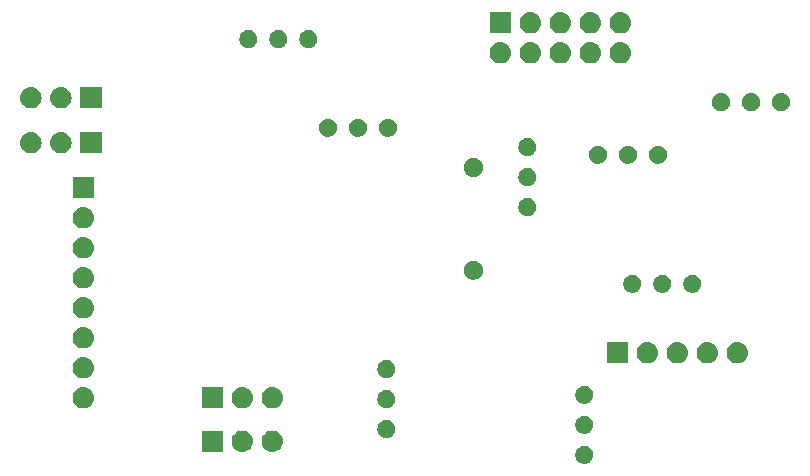
<source format=gbr>
G04 #@! TF.GenerationSoftware,KiCad,Pcbnew,(5.1.2-1)-1*
G04 #@! TF.CreationDate,2019-07-22T14:26:25-07:00*
G04 #@! TF.ProjectId,AS3340_VCO,41533333-3430-45f5-9643-4f2e6b696361,rev?*
G04 #@! TF.SameCoordinates,Original*
G04 #@! TF.FileFunction,Soldermask,Bot*
G04 #@! TF.FilePolarity,Negative*
%FSLAX46Y46*%
G04 Gerber Fmt 4.6, Leading zero omitted, Abs format (unit mm)*
G04 Created by KiCad (PCBNEW (5.1.2-1)-1) date 2019-07-22 14:26:25*
%MOMM*%
%LPD*%
G04 APERTURE LIST*
%ADD10C,0.150000*%
G04 APERTURE END LIST*
D10*
G36*
X100963589Y-103124876D02*
G01*
X101062893Y-103144629D01*
X101203206Y-103202748D01*
X101329484Y-103287125D01*
X101436875Y-103394516D01*
X101521252Y-103520794D01*
X101579371Y-103661107D01*
X101609000Y-103810063D01*
X101609000Y-103961937D01*
X101579371Y-104110893D01*
X101521252Y-104251206D01*
X101436875Y-104377484D01*
X101329484Y-104484875D01*
X101203206Y-104569252D01*
X101062893Y-104627371D01*
X100963589Y-104647124D01*
X100913938Y-104657000D01*
X100762062Y-104657000D01*
X100712411Y-104647124D01*
X100613107Y-104627371D01*
X100472794Y-104569252D01*
X100346516Y-104484875D01*
X100239125Y-104377484D01*
X100154748Y-104251206D01*
X100096629Y-104110893D01*
X100067000Y-103961937D01*
X100067000Y-103810063D01*
X100096629Y-103661107D01*
X100154748Y-103520794D01*
X100239125Y-103394516D01*
X100346516Y-103287125D01*
X100472794Y-103202748D01*
X100613107Y-103144629D01*
X100712411Y-103124876D01*
X100762062Y-103115000D01*
X100913938Y-103115000D01*
X100963589Y-103124876D01*
X100963589Y-103124876D01*
G37*
G36*
X74532443Y-101848519D02*
G01*
X74598627Y-101855037D01*
X74768466Y-101906557D01*
X74924991Y-101990222D01*
X74960729Y-102019552D01*
X75062186Y-102102814D01*
X75145448Y-102204271D01*
X75174778Y-102240009D01*
X75258443Y-102396534D01*
X75309963Y-102566373D01*
X75327359Y-102743000D01*
X75309963Y-102919627D01*
X75258443Y-103089466D01*
X75174778Y-103245991D01*
X75145448Y-103281729D01*
X75062186Y-103383186D01*
X74960729Y-103466448D01*
X74924991Y-103495778D01*
X74768466Y-103579443D01*
X74598627Y-103630963D01*
X74532442Y-103637482D01*
X74466260Y-103644000D01*
X74377740Y-103644000D01*
X74311558Y-103637482D01*
X74245373Y-103630963D01*
X74075534Y-103579443D01*
X73919009Y-103495778D01*
X73883271Y-103466448D01*
X73781814Y-103383186D01*
X73698552Y-103281729D01*
X73669222Y-103245991D01*
X73585557Y-103089466D01*
X73534037Y-102919627D01*
X73516641Y-102743000D01*
X73534037Y-102566373D01*
X73585557Y-102396534D01*
X73669222Y-102240009D01*
X73698552Y-102204271D01*
X73781814Y-102102814D01*
X73883271Y-102019552D01*
X73919009Y-101990222D01*
X74075534Y-101906557D01*
X74245373Y-101855037D01*
X74311557Y-101848519D01*
X74377740Y-101842000D01*
X74466260Y-101842000D01*
X74532443Y-101848519D01*
X74532443Y-101848519D01*
G37*
G36*
X71992443Y-101848519D02*
G01*
X72058627Y-101855037D01*
X72228466Y-101906557D01*
X72384991Y-101990222D01*
X72420729Y-102019552D01*
X72522186Y-102102814D01*
X72605448Y-102204271D01*
X72634778Y-102240009D01*
X72718443Y-102396534D01*
X72769963Y-102566373D01*
X72787359Y-102743000D01*
X72769963Y-102919627D01*
X72718443Y-103089466D01*
X72634778Y-103245991D01*
X72605448Y-103281729D01*
X72522186Y-103383186D01*
X72420729Y-103466448D01*
X72384991Y-103495778D01*
X72228466Y-103579443D01*
X72058627Y-103630963D01*
X71992442Y-103637482D01*
X71926260Y-103644000D01*
X71837740Y-103644000D01*
X71771558Y-103637482D01*
X71705373Y-103630963D01*
X71535534Y-103579443D01*
X71379009Y-103495778D01*
X71343271Y-103466448D01*
X71241814Y-103383186D01*
X71158552Y-103281729D01*
X71129222Y-103245991D01*
X71045557Y-103089466D01*
X70994037Y-102919627D01*
X70976641Y-102743000D01*
X70994037Y-102566373D01*
X71045557Y-102396534D01*
X71129222Y-102240009D01*
X71158552Y-102204271D01*
X71241814Y-102102814D01*
X71343271Y-102019552D01*
X71379009Y-101990222D01*
X71535534Y-101906557D01*
X71705373Y-101855037D01*
X71771557Y-101848519D01*
X71837740Y-101842000D01*
X71926260Y-101842000D01*
X71992443Y-101848519D01*
X71992443Y-101848519D01*
G37*
G36*
X70243000Y-103644000D02*
G01*
X68441000Y-103644000D01*
X68441000Y-101842000D01*
X70243000Y-101842000D01*
X70243000Y-103644000D01*
X70243000Y-103644000D01*
G37*
G36*
X84199589Y-100965876D02*
G01*
X84298893Y-100985629D01*
X84439206Y-101043748D01*
X84565484Y-101128125D01*
X84672875Y-101235516D01*
X84757252Y-101361794D01*
X84815371Y-101502107D01*
X84845000Y-101651063D01*
X84845000Y-101802937D01*
X84815371Y-101951893D01*
X84757252Y-102092206D01*
X84672875Y-102218484D01*
X84565484Y-102325875D01*
X84439206Y-102410252D01*
X84298893Y-102468371D01*
X84199589Y-102488124D01*
X84149938Y-102498000D01*
X83998062Y-102498000D01*
X83948411Y-102488124D01*
X83849107Y-102468371D01*
X83708794Y-102410252D01*
X83582516Y-102325875D01*
X83475125Y-102218484D01*
X83390748Y-102092206D01*
X83332629Y-101951893D01*
X83303000Y-101802937D01*
X83303000Y-101651063D01*
X83332629Y-101502107D01*
X83390748Y-101361794D01*
X83475125Y-101235516D01*
X83582516Y-101128125D01*
X83708794Y-101043748D01*
X83849107Y-100985629D01*
X83948411Y-100965876D01*
X83998062Y-100956000D01*
X84149938Y-100956000D01*
X84199589Y-100965876D01*
X84199589Y-100965876D01*
G37*
G36*
X100963589Y-100584876D02*
G01*
X101062893Y-100604629D01*
X101203206Y-100662748D01*
X101329484Y-100747125D01*
X101436875Y-100854516D01*
X101521252Y-100980794D01*
X101579371Y-101121107D01*
X101609000Y-101270063D01*
X101609000Y-101421937D01*
X101579371Y-101570893D01*
X101521252Y-101711206D01*
X101436875Y-101837484D01*
X101329484Y-101944875D01*
X101203206Y-102029252D01*
X101062893Y-102087371D01*
X100985255Y-102102814D01*
X100913938Y-102117000D01*
X100762062Y-102117000D01*
X100690745Y-102102814D01*
X100613107Y-102087371D01*
X100472794Y-102029252D01*
X100346516Y-101944875D01*
X100239125Y-101837484D01*
X100154748Y-101711206D01*
X100096629Y-101570893D01*
X100067000Y-101421937D01*
X100067000Y-101270063D01*
X100096629Y-101121107D01*
X100154748Y-100980794D01*
X100239125Y-100854516D01*
X100346516Y-100747125D01*
X100472794Y-100662748D01*
X100613107Y-100604629D01*
X100712411Y-100584876D01*
X100762062Y-100575000D01*
X100913938Y-100575000D01*
X100963589Y-100584876D01*
X100963589Y-100584876D01*
G37*
G36*
X74532443Y-98165519D02*
G01*
X74598627Y-98172037D01*
X74768466Y-98223557D01*
X74924991Y-98307222D01*
X74960729Y-98336552D01*
X75062186Y-98419814D01*
X75131068Y-98503748D01*
X75174778Y-98557009D01*
X75258443Y-98713534D01*
X75309963Y-98883373D01*
X75327359Y-99060000D01*
X75309963Y-99236627D01*
X75258443Y-99406466D01*
X75174778Y-99562991D01*
X75163281Y-99577000D01*
X75062186Y-99700186D01*
X74960729Y-99783448D01*
X74924991Y-99812778D01*
X74768466Y-99896443D01*
X74598627Y-99947963D01*
X74532443Y-99954481D01*
X74466260Y-99961000D01*
X74377740Y-99961000D01*
X74311557Y-99954481D01*
X74245373Y-99947963D01*
X74075534Y-99896443D01*
X73919009Y-99812778D01*
X73883271Y-99783448D01*
X73781814Y-99700186D01*
X73680719Y-99577000D01*
X73669222Y-99562991D01*
X73585557Y-99406466D01*
X73534037Y-99236627D01*
X73516641Y-99060000D01*
X73534037Y-98883373D01*
X73585557Y-98713534D01*
X73669222Y-98557009D01*
X73712932Y-98503748D01*
X73781814Y-98419814D01*
X73883271Y-98336552D01*
X73919009Y-98307222D01*
X74075534Y-98223557D01*
X74245373Y-98172037D01*
X74311557Y-98165519D01*
X74377740Y-98159000D01*
X74466260Y-98159000D01*
X74532443Y-98165519D01*
X74532443Y-98165519D01*
G37*
G36*
X71992443Y-98165519D02*
G01*
X72058627Y-98172037D01*
X72228466Y-98223557D01*
X72384991Y-98307222D01*
X72420729Y-98336552D01*
X72522186Y-98419814D01*
X72591068Y-98503748D01*
X72634778Y-98557009D01*
X72718443Y-98713534D01*
X72769963Y-98883373D01*
X72787359Y-99060000D01*
X72769963Y-99236627D01*
X72718443Y-99406466D01*
X72634778Y-99562991D01*
X72623281Y-99577000D01*
X72522186Y-99700186D01*
X72420729Y-99783448D01*
X72384991Y-99812778D01*
X72228466Y-99896443D01*
X72058627Y-99947963D01*
X71992443Y-99954481D01*
X71926260Y-99961000D01*
X71837740Y-99961000D01*
X71771557Y-99954481D01*
X71705373Y-99947963D01*
X71535534Y-99896443D01*
X71379009Y-99812778D01*
X71343271Y-99783448D01*
X71241814Y-99700186D01*
X71140719Y-99577000D01*
X71129222Y-99562991D01*
X71045557Y-99406466D01*
X70994037Y-99236627D01*
X70976641Y-99060000D01*
X70994037Y-98883373D01*
X71045557Y-98713534D01*
X71129222Y-98557009D01*
X71172932Y-98503748D01*
X71241814Y-98419814D01*
X71343271Y-98336552D01*
X71379009Y-98307222D01*
X71535534Y-98223557D01*
X71705373Y-98172037D01*
X71771557Y-98165519D01*
X71837740Y-98159000D01*
X71926260Y-98159000D01*
X71992443Y-98165519D01*
X71992443Y-98165519D01*
G37*
G36*
X70243000Y-99961000D02*
G01*
X68441000Y-99961000D01*
X68441000Y-98159000D01*
X70243000Y-98159000D01*
X70243000Y-99961000D01*
X70243000Y-99961000D01*
G37*
G36*
X58530443Y-98165519D02*
G01*
X58596627Y-98172037D01*
X58766466Y-98223557D01*
X58922991Y-98307222D01*
X58958729Y-98336552D01*
X59060186Y-98419814D01*
X59129068Y-98503748D01*
X59172778Y-98557009D01*
X59256443Y-98713534D01*
X59307963Y-98883373D01*
X59325359Y-99060000D01*
X59307963Y-99236627D01*
X59256443Y-99406466D01*
X59172778Y-99562991D01*
X59161281Y-99577000D01*
X59060186Y-99700186D01*
X58958729Y-99783448D01*
X58922991Y-99812778D01*
X58766466Y-99896443D01*
X58596627Y-99947963D01*
X58530443Y-99954481D01*
X58464260Y-99961000D01*
X58375740Y-99961000D01*
X58309557Y-99954481D01*
X58243373Y-99947963D01*
X58073534Y-99896443D01*
X57917009Y-99812778D01*
X57881271Y-99783448D01*
X57779814Y-99700186D01*
X57678719Y-99577000D01*
X57667222Y-99562991D01*
X57583557Y-99406466D01*
X57532037Y-99236627D01*
X57514641Y-99060000D01*
X57532037Y-98883373D01*
X57583557Y-98713534D01*
X57667222Y-98557009D01*
X57710932Y-98503748D01*
X57779814Y-98419814D01*
X57881271Y-98336552D01*
X57917009Y-98307222D01*
X58073534Y-98223557D01*
X58243373Y-98172037D01*
X58309557Y-98165519D01*
X58375740Y-98159000D01*
X58464260Y-98159000D01*
X58530443Y-98165519D01*
X58530443Y-98165519D01*
G37*
G36*
X84199589Y-98425876D02*
G01*
X84298893Y-98445629D01*
X84439206Y-98503748D01*
X84565484Y-98588125D01*
X84672875Y-98695516D01*
X84757252Y-98821794D01*
X84815371Y-98962107D01*
X84845000Y-99111063D01*
X84845000Y-99262937D01*
X84815371Y-99411893D01*
X84757252Y-99552206D01*
X84672875Y-99678484D01*
X84565484Y-99785875D01*
X84439206Y-99870252D01*
X84298893Y-99928371D01*
X84200397Y-99947963D01*
X84149938Y-99958000D01*
X83998062Y-99958000D01*
X83947603Y-99947963D01*
X83849107Y-99928371D01*
X83708794Y-99870252D01*
X83582516Y-99785875D01*
X83475125Y-99678484D01*
X83390748Y-99552206D01*
X83332629Y-99411893D01*
X83303000Y-99262937D01*
X83303000Y-99111063D01*
X83332629Y-98962107D01*
X83390748Y-98821794D01*
X83475125Y-98695516D01*
X83582516Y-98588125D01*
X83708794Y-98503748D01*
X83849107Y-98445629D01*
X83948411Y-98425876D01*
X83998062Y-98416000D01*
X84149938Y-98416000D01*
X84199589Y-98425876D01*
X84199589Y-98425876D01*
G37*
G36*
X100963589Y-98044876D02*
G01*
X101062893Y-98064629D01*
X101203206Y-98122748D01*
X101329484Y-98207125D01*
X101436875Y-98314516D01*
X101521252Y-98440794D01*
X101579371Y-98581107D01*
X101579371Y-98581109D01*
X101609000Y-98730062D01*
X101609000Y-98881938D01*
X101608714Y-98883375D01*
X101579371Y-99030893D01*
X101521252Y-99171206D01*
X101436875Y-99297484D01*
X101329484Y-99404875D01*
X101203206Y-99489252D01*
X101062893Y-99547371D01*
X100984365Y-99562991D01*
X100913938Y-99577000D01*
X100762062Y-99577000D01*
X100691635Y-99562991D01*
X100613107Y-99547371D01*
X100472794Y-99489252D01*
X100346516Y-99404875D01*
X100239125Y-99297484D01*
X100154748Y-99171206D01*
X100096629Y-99030893D01*
X100067286Y-98883375D01*
X100067000Y-98881938D01*
X100067000Y-98730062D01*
X100096629Y-98581109D01*
X100096629Y-98581107D01*
X100154748Y-98440794D01*
X100239125Y-98314516D01*
X100346516Y-98207125D01*
X100472794Y-98122748D01*
X100613107Y-98064629D01*
X100712411Y-98044876D01*
X100762062Y-98035000D01*
X100913938Y-98035000D01*
X100963589Y-98044876D01*
X100963589Y-98044876D01*
G37*
G36*
X58530442Y-95625518D02*
G01*
X58596627Y-95632037D01*
X58766466Y-95683557D01*
X58922991Y-95767222D01*
X58958729Y-95796552D01*
X59060186Y-95879814D01*
X59129068Y-95963748D01*
X59172778Y-96017009D01*
X59256443Y-96173534D01*
X59307963Y-96343373D01*
X59325359Y-96520000D01*
X59307963Y-96696627D01*
X59256443Y-96866466D01*
X59172778Y-97022991D01*
X59143448Y-97058729D01*
X59060186Y-97160186D01*
X58958729Y-97243448D01*
X58922991Y-97272778D01*
X58766466Y-97356443D01*
X58596627Y-97407963D01*
X58530442Y-97414482D01*
X58464260Y-97421000D01*
X58375740Y-97421000D01*
X58309558Y-97414482D01*
X58243373Y-97407963D01*
X58073534Y-97356443D01*
X57917009Y-97272778D01*
X57881271Y-97243448D01*
X57779814Y-97160186D01*
X57696552Y-97058729D01*
X57667222Y-97022991D01*
X57583557Y-96866466D01*
X57532037Y-96696627D01*
X57514641Y-96520000D01*
X57532037Y-96343373D01*
X57583557Y-96173534D01*
X57667222Y-96017009D01*
X57710932Y-95963748D01*
X57779814Y-95879814D01*
X57881271Y-95796552D01*
X57917009Y-95767222D01*
X58073534Y-95683557D01*
X58243373Y-95632037D01*
X58309558Y-95625518D01*
X58375740Y-95619000D01*
X58464260Y-95619000D01*
X58530442Y-95625518D01*
X58530442Y-95625518D01*
G37*
G36*
X84199589Y-95885876D02*
G01*
X84298893Y-95905629D01*
X84439206Y-95963748D01*
X84565484Y-96048125D01*
X84672875Y-96155516D01*
X84757252Y-96281794D01*
X84815371Y-96422107D01*
X84845000Y-96571063D01*
X84845000Y-96722937D01*
X84815371Y-96871893D01*
X84757252Y-97012206D01*
X84672875Y-97138484D01*
X84565484Y-97245875D01*
X84439206Y-97330252D01*
X84298893Y-97388371D01*
X84200397Y-97407963D01*
X84149938Y-97418000D01*
X83998062Y-97418000D01*
X83947603Y-97407963D01*
X83849107Y-97388371D01*
X83708794Y-97330252D01*
X83582516Y-97245875D01*
X83475125Y-97138484D01*
X83390748Y-97012206D01*
X83332629Y-96871893D01*
X83303000Y-96722937D01*
X83303000Y-96571063D01*
X83332629Y-96422107D01*
X83390748Y-96281794D01*
X83475125Y-96155516D01*
X83582516Y-96048125D01*
X83708794Y-95963748D01*
X83849107Y-95905629D01*
X83948411Y-95885876D01*
X83998062Y-95876000D01*
X84149938Y-95876000D01*
X84199589Y-95885876D01*
X84199589Y-95885876D01*
G37*
G36*
X113902442Y-94355518D02*
G01*
X113968627Y-94362037D01*
X114138466Y-94413557D01*
X114294991Y-94497222D01*
X114330729Y-94526552D01*
X114432186Y-94609814D01*
X114515448Y-94711271D01*
X114544778Y-94747009D01*
X114628443Y-94903534D01*
X114679963Y-95073373D01*
X114697359Y-95250000D01*
X114679963Y-95426627D01*
X114628443Y-95596466D01*
X114544778Y-95752991D01*
X114515448Y-95788729D01*
X114432186Y-95890186D01*
X114342549Y-95963748D01*
X114294991Y-96002778D01*
X114138466Y-96086443D01*
X113968627Y-96137963D01*
X113902443Y-96144481D01*
X113836260Y-96151000D01*
X113747740Y-96151000D01*
X113681558Y-96144482D01*
X113615373Y-96137963D01*
X113445534Y-96086443D01*
X113289009Y-96002778D01*
X113241451Y-95963748D01*
X113151814Y-95890186D01*
X113068552Y-95788729D01*
X113039222Y-95752991D01*
X112955557Y-95596466D01*
X112904037Y-95426627D01*
X112886641Y-95250000D01*
X112904037Y-95073373D01*
X112955557Y-94903534D01*
X113039222Y-94747009D01*
X113068552Y-94711271D01*
X113151814Y-94609814D01*
X113253271Y-94526552D01*
X113289009Y-94497222D01*
X113445534Y-94413557D01*
X113615373Y-94362037D01*
X113681558Y-94355518D01*
X113747740Y-94349000D01*
X113836260Y-94349000D01*
X113902442Y-94355518D01*
X113902442Y-94355518D01*
G37*
G36*
X111362442Y-94355518D02*
G01*
X111428627Y-94362037D01*
X111598466Y-94413557D01*
X111754991Y-94497222D01*
X111790729Y-94526552D01*
X111892186Y-94609814D01*
X111975448Y-94711271D01*
X112004778Y-94747009D01*
X112088443Y-94903534D01*
X112139963Y-95073373D01*
X112157359Y-95250000D01*
X112139963Y-95426627D01*
X112088443Y-95596466D01*
X112004778Y-95752991D01*
X111975448Y-95788729D01*
X111892186Y-95890186D01*
X111802549Y-95963748D01*
X111754991Y-96002778D01*
X111598466Y-96086443D01*
X111428627Y-96137963D01*
X111362443Y-96144481D01*
X111296260Y-96151000D01*
X111207740Y-96151000D01*
X111141558Y-96144482D01*
X111075373Y-96137963D01*
X110905534Y-96086443D01*
X110749009Y-96002778D01*
X110701451Y-95963748D01*
X110611814Y-95890186D01*
X110528552Y-95788729D01*
X110499222Y-95752991D01*
X110415557Y-95596466D01*
X110364037Y-95426627D01*
X110346641Y-95250000D01*
X110364037Y-95073373D01*
X110415557Y-94903534D01*
X110499222Y-94747009D01*
X110528552Y-94711271D01*
X110611814Y-94609814D01*
X110713271Y-94526552D01*
X110749009Y-94497222D01*
X110905534Y-94413557D01*
X111075373Y-94362037D01*
X111141558Y-94355518D01*
X111207740Y-94349000D01*
X111296260Y-94349000D01*
X111362442Y-94355518D01*
X111362442Y-94355518D01*
G37*
G36*
X108822442Y-94355518D02*
G01*
X108888627Y-94362037D01*
X109058466Y-94413557D01*
X109214991Y-94497222D01*
X109250729Y-94526552D01*
X109352186Y-94609814D01*
X109435448Y-94711271D01*
X109464778Y-94747009D01*
X109548443Y-94903534D01*
X109599963Y-95073373D01*
X109617359Y-95250000D01*
X109599963Y-95426627D01*
X109548443Y-95596466D01*
X109464778Y-95752991D01*
X109435448Y-95788729D01*
X109352186Y-95890186D01*
X109262549Y-95963748D01*
X109214991Y-96002778D01*
X109058466Y-96086443D01*
X108888627Y-96137963D01*
X108822443Y-96144481D01*
X108756260Y-96151000D01*
X108667740Y-96151000D01*
X108601558Y-96144482D01*
X108535373Y-96137963D01*
X108365534Y-96086443D01*
X108209009Y-96002778D01*
X108161451Y-95963748D01*
X108071814Y-95890186D01*
X107988552Y-95788729D01*
X107959222Y-95752991D01*
X107875557Y-95596466D01*
X107824037Y-95426627D01*
X107806641Y-95250000D01*
X107824037Y-95073373D01*
X107875557Y-94903534D01*
X107959222Y-94747009D01*
X107988552Y-94711271D01*
X108071814Y-94609814D01*
X108173271Y-94526552D01*
X108209009Y-94497222D01*
X108365534Y-94413557D01*
X108535373Y-94362037D01*
X108601558Y-94355518D01*
X108667740Y-94349000D01*
X108756260Y-94349000D01*
X108822442Y-94355518D01*
X108822442Y-94355518D01*
G37*
G36*
X106282442Y-94355518D02*
G01*
X106348627Y-94362037D01*
X106518466Y-94413557D01*
X106674991Y-94497222D01*
X106710729Y-94526552D01*
X106812186Y-94609814D01*
X106895448Y-94711271D01*
X106924778Y-94747009D01*
X107008443Y-94903534D01*
X107059963Y-95073373D01*
X107077359Y-95250000D01*
X107059963Y-95426627D01*
X107008443Y-95596466D01*
X106924778Y-95752991D01*
X106895448Y-95788729D01*
X106812186Y-95890186D01*
X106722549Y-95963748D01*
X106674991Y-96002778D01*
X106518466Y-96086443D01*
X106348627Y-96137963D01*
X106282443Y-96144481D01*
X106216260Y-96151000D01*
X106127740Y-96151000D01*
X106061558Y-96144482D01*
X105995373Y-96137963D01*
X105825534Y-96086443D01*
X105669009Y-96002778D01*
X105621451Y-95963748D01*
X105531814Y-95890186D01*
X105448552Y-95788729D01*
X105419222Y-95752991D01*
X105335557Y-95596466D01*
X105284037Y-95426627D01*
X105266641Y-95250000D01*
X105284037Y-95073373D01*
X105335557Y-94903534D01*
X105419222Y-94747009D01*
X105448552Y-94711271D01*
X105531814Y-94609814D01*
X105633271Y-94526552D01*
X105669009Y-94497222D01*
X105825534Y-94413557D01*
X105995373Y-94362037D01*
X106061558Y-94355518D01*
X106127740Y-94349000D01*
X106216260Y-94349000D01*
X106282442Y-94355518D01*
X106282442Y-94355518D01*
G37*
G36*
X104533000Y-96151000D02*
G01*
X102731000Y-96151000D01*
X102731000Y-94349000D01*
X104533000Y-94349000D01*
X104533000Y-96151000D01*
X104533000Y-96151000D01*
G37*
G36*
X58530443Y-93085519D02*
G01*
X58596627Y-93092037D01*
X58766466Y-93143557D01*
X58922991Y-93227222D01*
X58958729Y-93256552D01*
X59060186Y-93339814D01*
X59143448Y-93441271D01*
X59172778Y-93477009D01*
X59256443Y-93633534D01*
X59307963Y-93803373D01*
X59325359Y-93980000D01*
X59307963Y-94156627D01*
X59256443Y-94326466D01*
X59172778Y-94482991D01*
X59143448Y-94518729D01*
X59060186Y-94620186D01*
X58958729Y-94703448D01*
X58922991Y-94732778D01*
X58766466Y-94816443D01*
X58596627Y-94867963D01*
X58530443Y-94874481D01*
X58464260Y-94881000D01*
X58375740Y-94881000D01*
X58309557Y-94874481D01*
X58243373Y-94867963D01*
X58073534Y-94816443D01*
X57917009Y-94732778D01*
X57881271Y-94703448D01*
X57779814Y-94620186D01*
X57696552Y-94518729D01*
X57667222Y-94482991D01*
X57583557Y-94326466D01*
X57532037Y-94156627D01*
X57514641Y-93980000D01*
X57532037Y-93803373D01*
X57583557Y-93633534D01*
X57667222Y-93477009D01*
X57696552Y-93441271D01*
X57779814Y-93339814D01*
X57881271Y-93256552D01*
X57917009Y-93227222D01*
X58073534Y-93143557D01*
X58243373Y-93092037D01*
X58309557Y-93085519D01*
X58375740Y-93079000D01*
X58464260Y-93079000D01*
X58530443Y-93085519D01*
X58530443Y-93085519D01*
G37*
G36*
X58530443Y-90545519D02*
G01*
X58596627Y-90552037D01*
X58766466Y-90603557D01*
X58922991Y-90687222D01*
X58958729Y-90716552D01*
X59060186Y-90799814D01*
X59143448Y-90901271D01*
X59172778Y-90937009D01*
X59256443Y-91093534D01*
X59307963Y-91263373D01*
X59325359Y-91440000D01*
X59307963Y-91616627D01*
X59256443Y-91786466D01*
X59172778Y-91942991D01*
X59143448Y-91978729D01*
X59060186Y-92080186D01*
X58958729Y-92163448D01*
X58922991Y-92192778D01*
X58766466Y-92276443D01*
X58596627Y-92327963D01*
X58530443Y-92334481D01*
X58464260Y-92341000D01*
X58375740Y-92341000D01*
X58309557Y-92334481D01*
X58243373Y-92327963D01*
X58073534Y-92276443D01*
X57917009Y-92192778D01*
X57881271Y-92163448D01*
X57779814Y-92080186D01*
X57696552Y-91978729D01*
X57667222Y-91942991D01*
X57583557Y-91786466D01*
X57532037Y-91616627D01*
X57514641Y-91440000D01*
X57532037Y-91263373D01*
X57583557Y-91093534D01*
X57667222Y-90937009D01*
X57696552Y-90901271D01*
X57779814Y-90799814D01*
X57881271Y-90716552D01*
X57917009Y-90687222D01*
X58073534Y-90603557D01*
X58243373Y-90552037D01*
X58309557Y-90545519D01*
X58375740Y-90539000D01*
X58464260Y-90539000D01*
X58530443Y-90545519D01*
X58530443Y-90545519D01*
G37*
G36*
X105027589Y-88646876D02*
G01*
X105126893Y-88666629D01*
X105267206Y-88724748D01*
X105393484Y-88809125D01*
X105500875Y-88916516D01*
X105585252Y-89042794D01*
X105643371Y-89183107D01*
X105673000Y-89332063D01*
X105673000Y-89483937D01*
X105643371Y-89632893D01*
X105585252Y-89773206D01*
X105500875Y-89899484D01*
X105393484Y-90006875D01*
X105267206Y-90091252D01*
X105126893Y-90149371D01*
X105027589Y-90169124D01*
X104977938Y-90179000D01*
X104826062Y-90179000D01*
X104776411Y-90169124D01*
X104677107Y-90149371D01*
X104536794Y-90091252D01*
X104410516Y-90006875D01*
X104303125Y-89899484D01*
X104218748Y-89773206D01*
X104160629Y-89632893D01*
X104131000Y-89483937D01*
X104131000Y-89332063D01*
X104160629Y-89183107D01*
X104218748Y-89042794D01*
X104303125Y-88916516D01*
X104410516Y-88809125D01*
X104536794Y-88724748D01*
X104677107Y-88666629D01*
X104776411Y-88646876D01*
X104826062Y-88637000D01*
X104977938Y-88637000D01*
X105027589Y-88646876D01*
X105027589Y-88646876D01*
G37*
G36*
X110107589Y-88646876D02*
G01*
X110206893Y-88666629D01*
X110347206Y-88724748D01*
X110473484Y-88809125D01*
X110580875Y-88916516D01*
X110665252Y-89042794D01*
X110723371Y-89183107D01*
X110753000Y-89332063D01*
X110753000Y-89483937D01*
X110723371Y-89632893D01*
X110665252Y-89773206D01*
X110580875Y-89899484D01*
X110473484Y-90006875D01*
X110347206Y-90091252D01*
X110206893Y-90149371D01*
X110107589Y-90169124D01*
X110057938Y-90179000D01*
X109906062Y-90179000D01*
X109856411Y-90169124D01*
X109757107Y-90149371D01*
X109616794Y-90091252D01*
X109490516Y-90006875D01*
X109383125Y-89899484D01*
X109298748Y-89773206D01*
X109240629Y-89632893D01*
X109211000Y-89483937D01*
X109211000Y-89332063D01*
X109240629Y-89183107D01*
X109298748Y-89042794D01*
X109383125Y-88916516D01*
X109490516Y-88809125D01*
X109616794Y-88724748D01*
X109757107Y-88666629D01*
X109856411Y-88646876D01*
X109906062Y-88637000D01*
X110057938Y-88637000D01*
X110107589Y-88646876D01*
X110107589Y-88646876D01*
G37*
G36*
X107567589Y-88646876D02*
G01*
X107666893Y-88666629D01*
X107807206Y-88724748D01*
X107933484Y-88809125D01*
X108040875Y-88916516D01*
X108125252Y-89042794D01*
X108183371Y-89183107D01*
X108213000Y-89332063D01*
X108213000Y-89483937D01*
X108183371Y-89632893D01*
X108125252Y-89773206D01*
X108040875Y-89899484D01*
X107933484Y-90006875D01*
X107807206Y-90091252D01*
X107666893Y-90149371D01*
X107567589Y-90169124D01*
X107517938Y-90179000D01*
X107366062Y-90179000D01*
X107316411Y-90169124D01*
X107217107Y-90149371D01*
X107076794Y-90091252D01*
X106950516Y-90006875D01*
X106843125Y-89899484D01*
X106758748Y-89773206D01*
X106700629Y-89632893D01*
X106671000Y-89483937D01*
X106671000Y-89332063D01*
X106700629Y-89183107D01*
X106758748Y-89042794D01*
X106843125Y-88916516D01*
X106950516Y-88809125D01*
X107076794Y-88724748D01*
X107217107Y-88666629D01*
X107316411Y-88646876D01*
X107366062Y-88637000D01*
X107517938Y-88637000D01*
X107567589Y-88646876D01*
X107567589Y-88646876D01*
G37*
G36*
X58530443Y-88005519D02*
G01*
X58596627Y-88012037D01*
X58766466Y-88063557D01*
X58922991Y-88147222D01*
X58958729Y-88176552D01*
X59060186Y-88259814D01*
X59130156Y-88345074D01*
X59172778Y-88397009D01*
X59256443Y-88553534D01*
X59307963Y-88723373D01*
X59325359Y-88900000D01*
X59307963Y-89076627D01*
X59256443Y-89246466D01*
X59172778Y-89402991D01*
X59143448Y-89438729D01*
X59060186Y-89540186D01*
X58958729Y-89623448D01*
X58922991Y-89652778D01*
X58766466Y-89736443D01*
X58596627Y-89787963D01*
X58530443Y-89794481D01*
X58464260Y-89801000D01*
X58375740Y-89801000D01*
X58309557Y-89794481D01*
X58243373Y-89787963D01*
X58073534Y-89736443D01*
X57917009Y-89652778D01*
X57881271Y-89623448D01*
X57779814Y-89540186D01*
X57696552Y-89438729D01*
X57667222Y-89402991D01*
X57583557Y-89246466D01*
X57532037Y-89076627D01*
X57514641Y-88900000D01*
X57532037Y-88723373D01*
X57583557Y-88553534D01*
X57667222Y-88397009D01*
X57709844Y-88345074D01*
X57779814Y-88259814D01*
X57881271Y-88176552D01*
X57917009Y-88147222D01*
X58073534Y-88063557D01*
X58243373Y-88012037D01*
X58309557Y-88005519D01*
X58375740Y-87999000D01*
X58464260Y-87999000D01*
X58530443Y-88005519D01*
X58530443Y-88005519D01*
G37*
G36*
X91677142Y-87483242D02*
G01*
X91825101Y-87544529D01*
X91958255Y-87633499D01*
X92071501Y-87746745D01*
X92160471Y-87879899D01*
X92221758Y-88027858D01*
X92253000Y-88184925D01*
X92253000Y-88345075D01*
X92221758Y-88502142D01*
X92160471Y-88650101D01*
X92071501Y-88783255D01*
X91958255Y-88896501D01*
X91825101Y-88985471D01*
X91677142Y-89046758D01*
X91520075Y-89078000D01*
X91359925Y-89078000D01*
X91202858Y-89046758D01*
X91054899Y-88985471D01*
X90921745Y-88896501D01*
X90808499Y-88783255D01*
X90719529Y-88650101D01*
X90658242Y-88502142D01*
X90627000Y-88345075D01*
X90627000Y-88184925D01*
X90658242Y-88027858D01*
X90719529Y-87879899D01*
X90808499Y-87746745D01*
X90921745Y-87633499D01*
X91054899Y-87544529D01*
X91202858Y-87483242D01*
X91359925Y-87452000D01*
X91520075Y-87452000D01*
X91677142Y-87483242D01*
X91677142Y-87483242D01*
G37*
G36*
X58530442Y-85465518D02*
G01*
X58596627Y-85472037D01*
X58766466Y-85523557D01*
X58922991Y-85607222D01*
X58958729Y-85636552D01*
X59060186Y-85719814D01*
X59143448Y-85821271D01*
X59172778Y-85857009D01*
X59256443Y-86013534D01*
X59307963Y-86183373D01*
X59325359Y-86360000D01*
X59307963Y-86536627D01*
X59256443Y-86706466D01*
X59172778Y-86862991D01*
X59143448Y-86898729D01*
X59060186Y-87000186D01*
X58958729Y-87083448D01*
X58922991Y-87112778D01*
X58766466Y-87196443D01*
X58596627Y-87247963D01*
X58530442Y-87254482D01*
X58464260Y-87261000D01*
X58375740Y-87261000D01*
X58309558Y-87254482D01*
X58243373Y-87247963D01*
X58073534Y-87196443D01*
X57917009Y-87112778D01*
X57881271Y-87083448D01*
X57779814Y-87000186D01*
X57696552Y-86898729D01*
X57667222Y-86862991D01*
X57583557Y-86706466D01*
X57532037Y-86536627D01*
X57514641Y-86360000D01*
X57532037Y-86183373D01*
X57583557Y-86013534D01*
X57667222Y-85857009D01*
X57696552Y-85821271D01*
X57779814Y-85719814D01*
X57881271Y-85636552D01*
X57917009Y-85607222D01*
X58073534Y-85523557D01*
X58243373Y-85472037D01*
X58309558Y-85465518D01*
X58375740Y-85459000D01*
X58464260Y-85459000D01*
X58530442Y-85465518D01*
X58530442Y-85465518D01*
G37*
G36*
X58530443Y-82925519D02*
G01*
X58596627Y-82932037D01*
X58766466Y-82983557D01*
X58922991Y-83067222D01*
X58958729Y-83096552D01*
X59060186Y-83179814D01*
X59143448Y-83281271D01*
X59172778Y-83317009D01*
X59256443Y-83473534D01*
X59307963Y-83643373D01*
X59325359Y-83820000D01*
X59307963Y-83996627D01*
X59256443Y-84166466D01*
X59172778Y-84322991D01*
X59143448Y-84358729D01*
X59060186Y-84460186D01*
X58958729Y-84543448D01*
X58922991Y-84572778D01*
X58766466Y-84656443D01*
X58596627Y-84707963D01*
X58530443Y-84714481D01*
X58464260Y-84721000D01*
X58375740Y-84721000D01*
X58309557Y-84714481D01*
X58243373Y-84707963D01*
X58073534Y-84656443D01*
X57917009Y-84572778D01*
X57881271Y-84543448D01*
X57779814Y-84460186D01*
X57696552Y-84358729D01*
X57667222Y-84322991D01*
X57583557Y-84166466D01*
X57532037Y-83996627D01*
X57514641Y-83820000D01*
X57532037Y-83643373D01*
X57583557Y-83473534D01*
X57667222Y-83317009D01*
X57696552Y-83281271D01*
X57779814Y-83179814D01*
X57881271Y-83096552D01*
X57917009Y-83067222D01*
X58073534Y-82983557D01*
X58243373Y-82932037D01*
X58309557Y-82925519D01*
X58375740Y-82919000D01*
X58464260Y-82919000D01*
X58530443Y-82925519D01*
X58530443Y-82925519D01*
G37*
G36*
X96137589Y-82169876D02*
G01*
X96236893Y-82189629D01*
X96377206Y-82247748D01*
X96503484Y-82332125D01*
X96610875Y-82439516D01*
X96695252Y-82565794D01*
X96753371Y-82706107D01*
X96783000Y-82855063D01*
X96783000Y-83006937D01*
X96753371Y-83155893D01*
X96695252Y-83296206D01*
X96610875Y-83422484D01*
X96503484Y-83529875D01*
X96377206Y-83614252D01*
X96236893Y-83672371D01*
X96137589Y-83692124D01*
X96087938Y-83702000D01*
X95936062Y-83702000D01*
X95886411Y-83692124D01*
X95787107Y-83672371D01*
X95646794Y-83614252D01*
X95520516Y-83529875D01*
X95413125Y-83422484D01*
X95328748Y-83296206D01*
X95270629Y-83155893D01*
X95241000Y-83006937D01*
X95241000Y-82855063D01*
X95270629Y-82706107D01*
X95328748Y-82565794D01*
X95413125Y-82439516D01*
X95520516Y-82332125D01*
X95646794Y-82247748D01*
X95787107Y-82189629D01*
X95886411Y-82169876D01*
X95936062Y-82160000D01*
X96087938Y-82160000D01*
X96137589Y-82169876D01*
X96137589Y-82169876D01*
G37*
G36*
X59321000Y-82181000D02*
G01*
X57519000Y-82181000D01*
X57519000Y-80379000D01*
X59321000Y-80379000D01*
X59321000Y-82181000D01*
X59321000Y-82181000D01*
G37*
G36*
X96137589Y-79629876D02*
G01*
X96236893Y-79649629D01*
X96377206Y-79707748D01*
X96503484Y-79792125D01*
X96610875Y-79899516D01*
X96695252Y-80025794D01*
X96753371Y-80166107D01*
X96783000Y-80315063D01*
X96783000Y-80466937D01*
X96753371Y-80615893D01*
X96695252Y-80756206D01*
X96610875Y-80882484D01*
X96503484Y-80989875D01*
X96377206Y-81074252D01*
X96236893Y-81132371D01*
X96137589Y-81152124D01*
X96087938Y-81162000D01*
X95936062Y-81162000D01*
X95886411Y-81152124D01*
X95787107Y-81132371D01*
X95646794Y-81074252D01*
X95520516Y-80989875D01*
X95413125Y-80882484D01*
X95328748Y-80756206D01*
X95270629Y-80615893D01*
X95241000Y-80466937D01*
X95241000Y-80315063D01*
X95270629Y-80166107D01*
X95328748Y-80025794D01*
X95413125Y-79899516D01*
X95520516Y-79792125D01*
X95646794Y-79707748D01*
X95787107Y-79649629D01*
X95886411Y-79629876D01*
X95936062Y-79620000D01*
X96087938Y-79620000D01*
X96137589Y-79629876D01*
X96137589Y-79629876D01*
G37*
G36*
X91677142Y-78783242D02*
G01*
X91825101Y-78844529D01*
X91958255Y-78933499D01*
X92071501Y-79046745D01*
X92160471Y-79179899D01*
X92221758Y-79327858D01*
X92253000Y-79484925D01*
X92253000Y-79645075D01*
X92221758Y-79802142D01*
X92160471Y-79950101D01*
X92071501Y-80083255D01*
X91958255Y-80196501D01*
X91825101Y-80285471D01*
X91677142Y-80346758D01*
X91520075Y-80378000D01*
X91359925Y-80378000D01*
X91202858Y-80346758D01*
X91054899Y-80285471D01*
X90921745Y-80196501D01*
X90808499Y-80083255D01*
X90719529Y-79950101D01*
X90658242Y-79802142D01*
X90627000Y-79645075D01*
X90627000Y-79484925D01*
X90658242Y-79327858D01*
X90719529Y-79179899D01*
X90808499Y-79046745D01*
X90921745Y-78933499D01*
X91054899Y-78844529D01*
X91202858Y-78783242D01*
X91359925Y-78752000D01*
X91520075Y-78752000D01*
X91677142Y-78783242D01*
X91677142Y-78783242D01*
G37*
G36*
X102106589Y-77724876D02*
G01*
X102205893Y-77744629D01*
X102346206Y-77802748D01*
X102472484Y-77887125D01*
X102579875Y-77994516D01*
X102664252Y-78120794D01*
X102722371Y-78261107D01*
X102752000Y-78410063D01*
X102752000Y-78561937D01*
X102722371Y-78710893D01*
X102664252Y-78851206D01*
X102579875Y-78977484D01*
X102472484Y-79084875D01*
X102346206Y-79169252D01*
X102205893Y-79227371D01*
X102106589Y-79247124D01*
X102056938Y-79257000D01*
X101905062Y-79257000D01*
X101855411Y-79247124D01*
X101756107Y-79227371D01*
X101615794Y-79169252D01*
X101489516Y-79084875D01*
X101382125Y-78977484D01*
X101297748Y-78851206D01*
X101239629Y-78710893D01*
X101210000Y-78561937D01*
X101210000Y-78410063D01*
X101239629Y-78261107D01*
X101297748Y-78120794D01*
X101382125Y-77994516D01*
X101489516Y-77887125D01*
X101615794Y-77802748D01*
X101756107Y-77744629D01*
X101855411Y-77724876D01*
X101905062Y-77715000D01*
X102056938Y-77715000D01*
X102106589Y-77724876D01*
X102106589Y-77724876D01*
G37*
G36*
X107186589Y-77724876D02*
G01*
X107285893Y-77744629D01*
X107426206Y-77802748D01*
X107552484Y-77887125D01*
X107659875Y-77994516D01*
X107744252Y-78120794D01*
X107802371Y-78261107D01*
X107832000Y-78410063D01*
X107832000Y-78561937D01*
X107802371Y-78710893D01*
X107744252Y-78851206D01*
X107659875Y-78977484D01*
X107552484Y-79084875D01*
X107426206Y-79169252D01*
X107285893Y-79227371D01*
X107186589Y-79247124D01*
X107136938Y-79257000D01*
X106985062Y-79257000D01*
X106935411Y-79247124D01*
X106836107Y-79227371D01*
X106695794Y-79169252D01*
X106569516Y-79084875D01*
X106462125Y-78977484D01*
X106377748Y-78851206D01*
X106319629Y-78710893D01*
X106290000Y-78561937D01*
X106290000Y-78410063D01*
X106319629Y-78261107D01*
X106377748Y-78120794D01*
X106462125Y-77994516D01*
X106569516Y-77887125D01*
X106695794Y-77802748D01*
X106836107Y-77744629D01*
X106935411Y-77724876D01*
X106985062Y-77715000D01*
X107136938Y-77715000D01*
X107186589Y-77724876D01*
X107186589Y-77724876D01*
G37*
G36*
X104646589Y-77724876D02*
G01*
X104745893Y-77744629D01*
X104886206Y-77802748D01*
X105012484Y-77887125D01*
X105119875Y-77994516D01*
X105204252Y-78120794D01*
X105262371Y-78261107D01*
X105292000Y-78410063D01*
X105292000Y-78561937D01*
X105262371Y-78710893D01*
X105204252Y-78851206D01*
X105119875Y-78977484D01*
X105012484Y-79084875D01*
X104886206Y-79169252D01*
X104745893Y-79227371D01*
X104646589Y-79247124D01*
X104596938Y-79257000D01*
X104445062Y-79257000D01*
X104395411Y-79247124D01*
X104296107Y-79227371D01*
X104155794Y-79169252D01*
X104029516Y-79084875D01*
X103922125Y-78977484D01*
X103837748Y-78851206D01*
X103779629Y-78710893D01*
X103750000Y-78561937D01*
X103750000Y-78410063D01*
X103779629Y-78261107D01*
X103837748Y-78120794D01*
X103922125Y-77994516D01*
X104029516Y-77887125D01*
X104155794Y-77802748D01*
X104296107Y-77744629D01*
X104395411Y-77724876D01*
X104445062Y-77715000D01*
X104596938Y-77715000D01*
X104646589Y-77724876D01*
X104646589Y-77724876D01*
G37*
G36*
X96137589Y-77089876D02*
G01*
X96236893Y-77109629D01*
X96377206Y-77167748D01*
X96503484Y-77252125D01*
X96610875Y-77359516D01*
X96695252Y-77485794D01*
X96753371Y-77626107D01*
X96783000Y-77775063D01*
X96783000Y-77926937D01*
X96753371Y-78075893D01*
X96695252Y-78216206D01*
X96610875Y-78342484D01*
X96503484Y-78449875D01*
X96377206Y-78534252D01*
X96236893Y-78592371D01*
X96137589Y-78612124D01*
X96087938Y-78622000D01*
X95936062Y-78622000D01*
X95886411Y-78612124D01*
X95787107Y-78592371D01*
X95646794Y-78534252D01*
X95520516Y-78449875D01*
X95413125Y-78342484D01*
X95328748Y-78216206D01*
X95270629Y-78075893D01*
X95241000Y-77926937D01*
X95241000Y-77775063D01*
X95270629Y-77626107D01*
X95328748Y-77485794D01*
X95413125Y-77359516D01*
X95520516Y-77252125D01*
X95646794Y-77167748D01*
X95787107Y-77109629D01*
X95886411Y-77089876D01*
X95936062Y-77080000D01*
X96087938Y-77080000D01*
X96137589Y-77089876D01*
X96137589Y-77089876D01*
G37*
G36*
X56625443Y-76575519D02*
G01*
X56691627Y-76582037D01*
X56861466Y-76633557D01*
X57017991Y-76717222D01*
X57053729Y-76746552D01*
X57155186Y-76829814D01*
X57238448Y-76931271D01*
X57267778Y-76967009D01*
X57351443Y-77123534D01*
X57402963Y-77293373D01*
X57420359Y-77470000D01*
X57402963Y-77646627D01*
X57351443Y-77816466D01*
X57267778Y-77972991D01*
X57250113Y-77994516D01*
X57155186Y-78110186D01*
X57053729Y-78193448D01*
X57017991Y-78222778D01*
X56861466Y-78306443D01*
X56691627Y-78357963D01*
X56625443Y-78364481D01*
X56559260Y-78371000D01*
X56470740Y-78371000D01*
X56404557Y-78364481D01*
X56338373Y-78357963D01*
X56168534Y-78306443D01*
X56012009Y-78222778D01*
X55976271Y-78193448D01*
X55874814Y-78110186D01*
X55779887Y-77994516D01*
X55762222Y-77972991D01*
X55678557Y-77816466D01*
X55627037Y-77646627D01*
X55609641Y-77470000D01*
X55627037Y-77293373D01*
X55678557Y-77123534D01*
X55762222Y-76967009D01*
X55791552Y-76931271D01*
X55874814Y-76829814D01*
X55976271Y-76746552D01*
X56012009Y-76717222D01*
X56168534Y-76633557D01*
X56338373Y-76582037D01*
X56404557Y-76575519D01*
X56470740Y-76569000D01*
X56559260Y-76569000D01*
X56625443Y-76575519D01*
X56625443Y-76575519D01*
G37*
G36*
X59956000Y-78371000D02*
G01*
X58154000Y-78371000D01*
X58154000Y-76569000D01*
X59956000Y-76569000D01*
X59956000Y-78371000D01*
X59956000Y-78371000D01*
G37*
G36*
X54085443Y-76575519D02*
G01*
X54151627Y-76582037D01*
X54321466Y-76633557D01*
X54477991Y-76717222D01*
X54513729Y-76746552D01*
X54615186Y-76829814D01*
X54698448Y-76931271D01*
X54727778Y-76967009D01*
X54811443Y-77123534D01*
X54862963Y-77293373D01*
X54880359Y-77470000D01*
X54862963Y-77646627D01*
X54811443Y-77816466D01*
X54727778Y-77972991D01*
X54710113Y-77994516D01*
X54615186Y-78110186D01*
X54513729Y-78193448D01*
X54477991Y-78222778D01*
X54321466Y-78306443D01*
X54151627Y-78357963D01*
X54085443Y-78364481D01*
X54019260Y-78371000D01*
X53930740Y-78371000D01*
X53864557Y-78364481D01*
X53798373Y-78357963D01*
X53628534Y-78306443D01*
X53472009Y-78222778D01*
X53436271Y-78193448D01*
X53334814Y-78110186D01*
X53239887Y-77994516D01*
X53222222Y-77972991D01*
X53138557Y-77816466D01*
X53087037Y-77646627D01*
X53069641Y-77470000D01*
X53087037Y-77293373D01*
X53138557Y-77123534D01*
X53222222Y-76967009D01*
X53251552Y-76931271D01*
X53334814Y-76829814D01*
X53436271Y-76746552D01*
X53472009Y-76717222D01*
X53628534Y-76633557D01*
X53798373Y-76582037D01*
X53864557Y-76575519D01*
X53930740Y-76569000D01*
X54019260Y-76569000D01*
X54085443Y-76575519D01*
X54085443Y-76575519D01*
G37*
G36*
X84326589Y-75438876D02*
G01*
X84425893Y-75458629D01*
X84566206Y-75516748D01*
X84692484Y-75601125D01*
X84799875Y-75708516D01*
X84884252Y-75834794D01*
X84942371Y-75975107D01*
X84972000Y-76124063D01*
X84972000Y-76275937D01*
X84942371Y-76424893D01*
X84884252Y-76565206D01*
X84799875Y-76691484D01*
X84692484Y-76798875D01*
X84566206Y-76883252D01*
X84425893Y-76941371D01*
X84326589Y-76961124D01*
X84276938Y-76971000D01*
X84125062Y-76971000D01*
X84075411Y-76961124D01*
X83976107Y-76941371D01*
X83835794Y-76883252D01*
X83709516Y-76798875D01*
X83602125Y-76691484D01*
X83517748Y-76565206D01*
X83459629Y-76424893D01*
X83430000Y-76275937D01*
X83430000Y-76124063D01*
X83459629Y-75975107D01*
X83517748Y-75834794D01*
X83602125Y-75708516D01*
X83709516Y-75601125D01*
X83835794Y-75516748D01*
X83976107Y-75458629D01*
X84075411Y-75438876D01*
X84125062Y-75429000D01*
X84276938Y-75429000D01*
X84326589Y-75438876D01*
X84326589Y-75438876D01*
G37*
G36*
X79246589Y-75438876D02*
G01*
X79345893Y-75458629D01*
X79486206Y-75516748D01*
X79612484Y-75601125D01*
X79719875Y-75708516D01*
X79804252Y-75834794D01*
X79862371Y-75975107D01*
X79892000Y-76124063D01*
X79892000Y-76275937D01*
X79862371Y-76424893D01*
X79804252Y-76565206D01*
X79719875Y-76691484D01*
X79612484Y-76798875D01*
X79486206Y-76883252D01*
X79345893Y-76941371D01*
X79246589Y-76961124D01*
X79196938Y-76971000D01*
X79045062Y-76971000D01*
X78995411Y-76961124D01*
X78896107Y-76941371D01*
X78755794Y-76883252D01*
X78629516Y-76798875D01*
X78522125Y-76691484D01*
X78437748Y-76565206D01*
X78379629Y-76424893D01*
X78350000Y-76275937D01*
X78350000Y-76124063D01*
X78379629Y-75975107D01*
X78437748Y-75834794D01*
X78522125Y-75708516D01*
X78629516Y-75601125D01*
X78755794Y-75516748D01*
X78896107Y-75458629D01*
X78995411Y-75438876D01*
X79045062Y-75429000D01*
X79196938Y-75429000D01*
X79246589Y-75438876D01*
X79246589Y-75438876D01*
G37*
G36*
X81786589Y-75438876D02*
G01*
X81885893Y-75458629D01*
X82026206Y-75516748D01*
X82152484Y-75601125D01*
X82259875Y-75708516D01*
X82344252Y-75834794D01*
X82402371Y-75975107D01*
X82432000Y-76124063D01*
X82432000Y-76275937D01*
X82402371Y-76424893D01*
X82344252Y-76565206D01*
X82259875Y-76691484D01*
X82152484Y-76798875D01*
X82026206Y-76883252D01*
X81885893Y-76941371D01*
X81786589Y-76961124D01*
X81736938Y-76971000D01*
X81585062Y-76971000D01*
X81535411Y-76961124D01*
X81436107Y-76941371D01*
X81295794Y-76883252D01*
X81169516Y-76798875D01*
X81062125Y-76691484D01*
X80977748Y-76565206D01*
X80919629Y-76424893D01*
X80890000Y-76275937D01*
X80890000Y-76124063D01*
X80919629Y-75975107D01*
X80977748Y-75834794D01*
X81062125Y-75708516D01*
X81169516Y-75601125D01*
X81295794Y-75516748D01*
X81436107Y-75458629D01*
X81535411Y-75438876D01*
X81585062Y-75429000D01*
X81736938Y-75429000D01*
X81786589Y-75438876D01*
X81786589Y-75438876D01*
G37*
G36*
X112520589Y-73279876D02*
G01*
X112619893Y-73299629D01*
X112760206Y-73357748D01*
X112886484Y-73442125D01*
X112993875Y-73549516D01*
X113078252Y-73675794D01*
X113136371Y-73816107D01*
X113166000Y-73965063D01*
X113166000Y-74116937D01*
X113136371Y-74265893D01*
X113078252Y-74406206D01*
X112993875Y-74532484D01*
X112886484Y-74639875D01*
X112760206Y-74724252D01*
X112619893Y-74782371D01*
X112520589Y-74802124D01*
X112470938Y-74812000D01*
X112319062Y-74812000D01*
X112269411Y-74802124D01*
X112170107Y-74782371D01*
X112029794Y-74724252D01*
X111903516Y-74639875D01*
X111796125Y-74532484D01*
X111711748Y-74406206D01*
X111653629Y-74265893D01*
X111624000Y-74116937D01*
X111624000Y-73965063D01*
X111653629Y-73816107D01*
X111711748Y-73675794D01*
X111796125Y-73549516D01*
X111903516Y-73442125D01*
X112029794Y-73357748D01*
X112170107Y-73299629D01*
X112269411Y-73279876D01*
X112319062Y-73270000D01*
X112470938Y-73270000D01*
X112520589Y-73279876D01*
X112520589Y-73279876D01*
G37*
G36*
X115060589Y-73279876D02*
G01*
X115159893Y-73299629D01*
X115300206Y-73357748D01*
X115426484Y-73442125D01*
X115533875Y-73549516D01*
X115618252Y-73675794D01*
X115676371Y-73816107D01*
X115706000Y-73965063D01*
X115706000Y-74116937D01*
X115676371Y-74265893D01*
X115618252Y-74406206D01*
X115533875Y-74532484D01*
X115426484Y-74639875D01*
X115300206Y-74724252D01*
X115159893Y-74782371D01*
X115060589Y-74802124D01*
X115010938Y-74812000D01*
X114859062Y-74812000D01*
X114809411Y-74802124D01*
X114710107Y-74782371D01*
X114569794Y-74724252D01*
X114443516Y-74639875D01*
X114336125Y-74532484D01*
X114251748Y-74406206D01*
X114193629Y-74265893D01*
X114164000Y-74116937D01*
X114164000Y-73965063D01*
X114193629Y-73816107D01*
X114251748Y-73675794D01*
X114336125Y-73549516D01*
X114443516Y-73442125D01*
X114569794Y-73357748D01*
X114710107Y-73299629D01*
X114809411Y-73279876D01*
X114859062Y-73270000D01*
X115010938Y-73270000D01*
X115060589Y-73279876D01*
X115060589Y-73279876D01*
G37*
G36*
X117600589Y-73279876D02*
G01*
X117699893Y-73299629D01*
X117840206Y-73357748D01*
X117966484Y-73442125D01*
X118073875Y-73549516D01*
X118158252Y-73675794D01*
X118216371Y-73816107D01*
X118246000Y-73965063D01*
X118246000Y-74116937D01*
X118216371Y-74265893D01*
X118158252Y-74406206D01*
X118073875Y-74532484D01*
X117966484Y-74639875D01*
X117840206Y-74724252D01*
X117699893Y-74782371D01*
X117600589Y-74802124D01*
X117550938Y-74812000D01*
X117399062Y-74812000D01*
X117349411Y-74802124D01*
X117250107Y-74782371D01*
X117109794Y-74724252D01*
X116983516Y-74639875D01*
X116876125Y-74532484D01*
X116791748Y-74406206D01*
X116733629Y-74265893D01*
X116704000Y-74116937D01*
X116704000Y-73965063D01*
X116733629Y-73816107D01*
X116791748Y-73675794D01*
X116876125Y-73549516D01*
X116983516Y-73442125D01*
X117109794Y-73357748D01*
X117250107Y-73299629D01*
X117349411Y-73279876D01*
X117399062Y-73270000D01*
X117550938Y-73270000D01*
X117600589Y-73279876D01*
X117600589Y-73279876D01*
G37*
G36*
X54085442Y-72765518D02*
G01*
X54151627Y-72772037D01*
X54321466Y-72823557D01*
X54477991Y-72907222D01*
X54513729Y-72936552D01*
X54615186Y-73019814D01*
X54698448Y-73121271D01*
X54727778Y-73157009D01*
X54811443Y-73313534D01*
X54862963Y-73483373D01*
X54880359Y-73660000D01*
X54862963Y-73836627D01*
X54811443Y-74006466D01*
X54727778Y-74162991D01*
X54698448Y-74198729D01*
X54615186Y-74300186D01*
X54513729Y-74383448D01*
X54477991Y-74412778D01*
X54321466Y-74496443D01*
X54151627Y-74547963D01*
X54085442Y-74554482D01*
X54019260Y-74561000D01*
X53930740Y-74561000D01*
X53864558Y-74554482D01*
X53798373Y-74547963D01*
X53628534Y-74496443D01*
X53472009Y-74412778D01*
X53436271Y-74383448D01*
X53334814Y-74300186D01*
X53251552Y-74198729D01*
X53222222Y-74162991D01*
X53138557Y-74006466D01*
X53087037Y-73836627D01*
X53069641Y-73660000D01*
X53087037Y-73483373D01*
X53138557Y-73313534D01*
X53222222Y-73157009D01*
X53251552Y-73121271D01*
X53334814Y-73019814D01*
X53436271Y-72936552D01*
X53472009Y-72907222D01*
X53628534Y-72823557D01*
X53798373Y-72772037D01*
X53864558Y-72765518D01*
X53930740Y-72759000D01*
X54019260Y-72759000D01*
X54085442Y-72765518D01*
X54085442Y-72765518D01*
G37*
G36*
X56625442Y-72765518D02*
G01*
X56691627Y-72772037D01*
X56861466Y-72823557D01*
X57017991Y-72907222D01*
X57053729Y-72936552D01*
X57155186Y-73019814D01*
X57238448Y-73121271D01*
X57267778Y-73157009D01*
X57351443Y-73313534D01*
X57402963Y-73483373D01*
X57420359Y-73660000D01*
X57402963Y-73836627D01*
X57351443Y-74006466D01*
X57267778Y-74162991D01*
X57238448Y-74198729D01*
X57155186Y-74300186D01*
X57053729Y-74383448D01*
X57017991Y-74412778D01*
X56861466Y-74496443D01*
X56691627Y-74547963D01*
X56625442Y-74554482D01*
X56559260Y-74561000D01*
X56470740Y-74561000D01*
X56404558Y-74554482D01*
X56338373Y-74547963D01*
X56168534Y-74496443D01*
X56012009Y-74412778D01*
X55976271Y-74383448D01*
X55874814Y-74300186D01*
X55791552Y-74198729D01*
X55762222Y-74162991D01*
X55678557Y-74006466D01*
X55627037Y-73836627D01*
X55609641Y-73660000D01*
X55627037Y-73483373D01*
X55678557Y-73313534D01*
X55762222Y-73157009D01*
X55791552Y-73121271D01*
X55874814Y-73019814D01*
X55976271Y-72936552D01*
X56012009Y-72907222D01*
X56168534Y-72823557D01*
X56338373Y-72772037D01*
X56404558Y-72765518D01*
X56470740Y-72759000D01*
X56559260Y-72759000D01*
X56625442Y-72765518D01*
X56625442Y-72765518D01*
G37*
G36*
X59956000Y-74561000D02*
G01*
X58154000Y-74561000D01*
X58154000Y-72759000D01*
X59956000Y-72759000D01*
X59956000Y-74561000D01*
X59956000Y-74561000D01*
G37*
G36*
X96445294Y-68948633D02*
G01*
X96617695Y-69000931D01*
X96776583Y-69085858D01*
X96915849Y-69200151D01*
X97030142Y-69339417D01*
X97115069Y-69498305D01*
X97167367Y-69670706D01*
X97185025Y-69850000D01*
X97167367Y-70029294D01*
X97115069Y-70201695D01*
X97030142Y-70360583D01*
X96915849Y-70499849D01*
X96776583Y-70614142D01*
X96617695Y-70699069D01*
X96445294Y-70751367D01*
X96310931Y-70764600D01*
X96221069Y-70764600D01*
X96086706Y-70751367D01*
X95914305Y-70699069D01*
X95755417Y-70614142D01*
X95616151Y-70499849D01*
X95501858Y-70360583D01*
X95416931Y-70201695D01*
X95364633Y-70029294D01*
X95346975Y-69850000D01*
X95364633Y-69670706D01*
X95416931Y-69498305D01*
X95501858Y-69339417D01*
X95616151Y-69200151D01*
X95755417Y-69085858D01*
X95914305Y-69000931D01*
X96086706Y-68948633D01*
X96221069Y-68935400D01*
X96310931Y-68935400D01*
X96445294Y-68948633D01*
X96445294Y-68948633D01*
G37*
G36*
X104065294Y-68948633D02*
G01*
X104237695Y-69000931D01*
X104396583Y-69085858D01*
X104535849Y-69200151D01*
X104650142Y-69339417D01*
X104735069Y-69498305D01*
X104787367Y-69670706D01*
X104805025Y-69850000D01*
X104787367Y-70029294D01*
X104735069Y-70201695D01*
X104650142Y-70360583D01*
X104535849Y-70499849D01*
X104396583Y-70614142D01*
X104237695Y-70699069D01*
X104065294Y-70751367D01*
X103930931Y-70764600D01*
X103841069Y-70764600D01*
X103706706Y-70751367D01*
X103534305Y-70699069D01*
X103375417Y-70614142D01*
X103236151Y-70499849D01*
X103121858Y-70360583D01*
X103036931Y-70201695D01*
X102984633Y-70029294D01*
X102966975Y-69850000D01*
X102984633Y-69670706D01*
X103036931Y-69498305D01*
X103121858Y-69339417D01*
X103236151Y-69200151D01*
X103375417Y-69085858D01*
X103534305Y-69000931D01*
X103706706Y-68948633D01*
X103841069Y-68935400D01*
X103930931Y-68935400D01*
X104065294Y-68948633D01*
X104065294Y-68948633D01*
G37*
G36*
X98985294Y-68948633D02*
G01*
X99157695Y-69000931D01*
X99316583Y-69085858D01*
X99455849Y-69200151D01*
X99570142Y-69339417D01*
X99655069Y-69498305D01*
X99707367Y-69670706D01*
X99725025Y-69850000D01*
X99707367Y-70029294D01*
X99655069Y-70201695D01*
X99570142Y-70360583D01*
X99455849Y-70499849D01*
X99316583Y-70614142D01*
X99157695Y-70699069D01*
X98985294Y-70751367D01*
X98850931Y-70764600D01*
X98761069Y-70764600D01*
X98626706Y-70751367D01*
X98454305Y-70699069D01*
X98295417Y-70614142D01*
X98156151Y-70499849D01*
X98041858Y-70360583D01*
X97956931Y-70201695D01*
X97904633Y-70029294D01*
X97886975Y-69850000D01*
X97904633Y-69670706D01*
X97956931Y-69498305D01*
X98041858Y-69339417D01*
X98156151Y-69200151D01*
X98295417Y-69085858D01*
X98454305Y-69000931D01*
X98626706Y-68948633D01*
X98761069Y-68935400D01*
X98850931Y-68935400D01*
X98985294Y-68948633D01*
X98985294Y-68948633D01*
G37*
G36*
X93905294Y-68948633D02*
G01*
X94077695Y-69000931D01*
X94236583Y-69085858D01*
X94375849Y-69200151D01*
X94490142Y-69339417D01*
X94575069Y-69498305D01*
X94627367Y-69670706D01*
X94645025Y-69850000D01*
X94627367Y-70029294D01*
X94575069Y-70201695D01*
X94490142Y-70360583D01*
X94375849Y-70499849D01*
X94236583Y-70614142D01*
X94077695Y-70699069D01*
X93905294Y-70751367D01*
X93770931Y-70764600D01*
X93681069Y-70764600D01*
X93546706Y-70751367D01*
X93374305Y-70699069D01*
X93215417Y-70614142D01*
X93076151Y-70499849D01*
X92961858Y-70360583D01*
X92876931Y-70201695D01*
X92824633Y-70029294D01*
X92806975Y-69850000D01*
X92824633Y-69670706D01*
X92876931Y-69498305D01*
X92961858Y-69339417D01*
X93076151Y-69200151D01*
X93215417Y-69085858D01*
X93374305Y-69000931D01*
X93546706Y-68948633D01*
X93681069Y-68935400D01*
X93770931Y-68935400D01*
X93905294Y-68948633D01*
X93905294Y-68948633D01*
G37*
G36*
X101525294Y-68948633D02*
G01*
X101697695Y-69000931D01*
X101856583Y-69085858D01*
X101995849Y-69200151D01*
X102110142Y-69339417D01*
X102195069Y-69498305D01*
X102247367Y-69670706D01*
X102265025Y-69850000D01*
X102247367Y-70029294D01*
X102195069Y-70201695D01*
X102110142Y-70360583D01*
X101995849Y-70499849D01*
X101856583Y-70614142D01*
X101697695Y-70699069D01*
X101525294Y-70751367D01*
X101390931Y-70764600D01*
X101301069Y-70764600D01*
X101166706Y-70751367D01*
X100994305Y-70699069D01*
X100835417Y-70614142D01*
X100696151Y-70499849D01*
X100581858Y-70360583D01*
X100496931Y-70201695D01*
X100444633Y-70029294D01*
X100426975Y-69850000D01*
X100444633Y-69670706D01*
X100496931Y-69498305D01*
X100581858Y-69339417D01*
X100696151Y-69200151D01*
X100835417Y-69085858D01*
X100994305Y-69000931D01*
X101166706Y-68948633D01*
X101301069Y-68935400D01*
X101390931Y-68935400D01*
X101525294Y-68948633D01*
X101525294Y-68948633D01*
G37*
G36*
X72515589Y-67945876D02*
G01*
X72614893Y-67965629D01*
X72755206Y-68023748D01*
X72881484Y-68108125D01*
X72988875Y-68215516D01*
X73073252Y-68341794D01*
X73131371Y-68482107D01*
X73161000Y-68631063D01*
X73161000Y-68782937D01*
X73131371Y-68931893D01*
X73073252Y-69072206D01*
X72988875Y-69198484D01*
X72881484Y-69305875D01*
X72755206Y-69390252D01*
X72614893Y-69448371D01*
X72515589Y-69468124D01*
X72465938Y-69478000D01*
X72314062Y-69478000D01*
X72264411Y-69468124D01*
X72165107Y-69448371D01*
X72024794Y-69390252D01*
X71898516Y-69305875D01*
X71791125Y-69198484D01*
X71706748Y-69072206D01*
X71648629Y-68931893D01*
X71619000Y-68782937D01*
X71619000Y-68631063D01*
X71648629Y-68482107D01*
X71706748Y-68341794D01*
X71791125Y-68215516D01*
X71898516Y-68108125D01*
X72024794Y-68023748D01*
X72165107Y-67965629D01*
X72264411Y-67945876D01*
X72314062Y-67936000D01*
X72465938Y-67936000D01*
X72515589Y-67945876D01*
X72515589Y-67945876D01*
G37*
G36*
X75055589Y-67945876D02*
G01*
X75154893Y-67965629D01*
X75295206Y-68023748D01*
X75421484Y-68108125D01*
X75528875Y-68215516D01*
X75613252Y-68341794D01*
X75671371Y-68482107D01*
X75701000Y-68631063D01*
X75701000Y-68782937D01*
X75671371Y-68931893D01*
X75613252Y-69072206D01*
X75528875Y-69198484D01*
X75421484Y-69305875D01*
X75295206Y-69390252D01*
X75154893Y-69448371D01*
X75055589Y-69468124D01*
X75005938Y-69478000D01*
X74854062Y-69478000D01*
X74804411Y-69468124D01*
X74705107Y-69448371D01*
X74564794Y-69390252D01*
X74438516Y-69305875D01*
X74331125Y-69198484D01*
X74246748Y-69072206D01*
X74188629Y-68931893D01*
X74159000Y-68782937D01*
X74159000Y-68631063D01*
X74188629Y-68482107D01*
X74246748Y-68341794D01*
X74331125Y-68215516D01*
X74438516Y-68108125D01*
X74564794Y-68023748D01*
X74705107Y-67965629D01*
X74804411Y-67945876D01*
X74854062Y-67936000D01*
X75005938Y-67936000D01*
X75055589Y-67945876D01*
X75055589Y-67945876D01*
G37*
G36*
X77595589Y-67945876D02*
G01*
X77694893Y-67965629D01*
X77835206Y-68023748D01*
X77961484Y-68108125D01*
X78068875Y-68215516D01*
X78153252Y-68341794D01*
X78211371Y-68482107D01*
X78241000Y-68631063D01*
X78241000Y-68782937D01*
X78211371Y-68931893D01*
X78153252Y-69072206D01*
X78068875Y-69198484D01*
X77961484Y-69305875D01*
X77835206Y-69390252D01*
X77694893Y-69448371D01*
X77595589Y-69468124D01*
X77545938Y-69478000D01*
X77394062Y-69478000D01*
X77344411Y-69468124D01*
X77245107Y-69448371D01*
X77104794Y-69390252D01*
X76978516Y-69305875D01*
X76871125Y-69198484D01*
X76786748Y-69072206D01*
X76728629Y-68931893D01*
X76699000Y-68782937D01*
X76699000Y-68631063D01*
X76728629Y-68482107D01*
X76786748Y-68341794D01*
X76871125Y-68215516D01*
X76978516Y-68108125D01*
X77104794Y-68023748D01*
X77245107Y-67965629D01*
X77344411Y-67945876D01*
X77394062Y-67936000D01*
X77545938Y-67936000D01*
X77595589Y-67945876D01*
X77595589Y-67945876D01*
G37*
G36*
X94640600Y-68224600D02*
G01*
X92811400Y-68224600D01*
X92811400Y-66395400D01*
X94640600Y-66395400D01*
X94640600Y-68224600D01*
X94640600Y-68224600D01*
G37*
G36*
X96445294Y-66408633D02*
G01*
X96617695Y-66460931D01*
X96776583Y-66545858D01*
X96915849Y-66660151D01*
X97030142Y-66799417D01*
X97115069Y-66958305D01*
X97167367Y-67130706D01*
X97185025Y-67310000D01*
X97167367Y-67489294D01*
X97115069Y-67661695D01*
X97030142Y-67820583D01*
X96915849Y-67959849D01*
X96776583Y-68074142D01*
X96617695Y-68159069D01*
X96445294Y-68211367D01*
X96310931Y-68224600D01*
X96221069Y-68224600D01*
X96086706Y-68211367D01*
X95914305Y-68159069D01*
X95755417Y-68074142D01*
X95616151Y-67959849D01*
X95501858Y-67820583D01*
X95416931Y-67661695D01*
X95364633Y-67489294D01*
X95346975Y-67310000D01*
X95364633Y-67130706D01*
X95416931Y-66958305D01*
X95501858Y-66799417D01*
X95616151Y-66660151D01*
X95755417Y-66545858D01*
X95914305Y-66460931D01*
X96086706Y-66408633D01*
X96221069Y-66395400D01*
X96310931Y-66395400D01*
X96445294Y-66408633D01*
X96445294Y-66408633D01*
G37*
G36*
X98985294Y-66408633D02*
G01*
X99157695Y-66460931D01*
X99316583Y-66545858D01*
X99455849Y-66660151D01*
X99570142Y-66799417D01*
X99655069Y-66958305D01*
X99707367Y-67130706D01*
X99725025Y-67310000D01*
X99707367Y-67489294D01*
X99655069Y-67661695D01*
X99570142Y-67820583D01*
X99455849Y-67959849D01*
X99316583Y-68074142D01*
X99157695Y-68159069D01*
X98985294Y-68211367D01*
X98850931Y-68224600D01*
X98761069Y-68224600D01*
X98626706Y-68211367D01*
X98454305Y-68159069D01*
X98295417Y-68074142D01*
X98156151Y-67959849D01*
X98041858Y-67820583D01*
X97956931Y-67661695D01*
X97904633Y-67489294D01*
X97886975Y-67310000D01*
X97904633Y-67130706D01*
X97956931Y-66958305D01*
X98041858Y-66799417D01*
X98156151Y-66660151D01*
X98295417Y-66545858D01*
X98454305Y-66460931D01*
X98626706Y-66408633D01*
X98761069Y-66395400D01*
X98850931Y-66395400D01*
X98985294Y-66408633D01*
X98985294Y-66408633D01*
G37*
G36*
X101525294Y-66408633D02*
G01*
X101697695Y-66460931D01*
X101856583Y-66545858D01*
X101995849Y-66660151D01*
X102110142Y-66799417D01*
X102195069Y-66958305D01*
X102247367Y-67130706D01*
X102265025Y-67310000D01*
X102247367Y-67489294D01*
X102195069Y-67661695D01*
X102110142Y-67820583D01*
X101995849Y-67959849D01*
X101856583Y-68074142D01*
X101697695Y-68159069D01*
X101525294Y-68211367D01*
X101390931Y-68224600D01*
X101301069Y-68224600D01*
X101166706Y-68211367D01*
X100994305Y-68159069D01*
X100835417Y-68074142D01*
X100696151Y-67959849D01*
X100581858Y-67820583D01*
X100496931Y-67661695D01*
X100444633Y-67489294D01*
X100426975Y-67310000D01*
X100444633Y-67130706D01*
X100496931Y-66958305D01*
X100581858Y-66799417D01*
X100696151Y-66660151D01*
X100835417Y-66545858D01*
X100994305Y-66460931D01*
X101166706Y-66408633D01*
X101301069Y-66395400D01*
X101390931Y-66395400D01*
X101525294Y-66408633D01*
X101525294Y-66408633D01*
G37*
G36*
X104065294Y-66408633D02*
G01*
X104237695Y-66460931D01*
X104396583Y-66545858D01*
X104535849Y-66660151D01*
X104650142Y-66799417D01*
X104735069Y-66958305D01*
X104787367Y-67130706D01*
X104805025Y-67310000D01*
X104787367Y-67489294D01*
X104735069Y-67661695D01*
X104650142Y-67820583D01*
X104535849Y-67959849D01*
X104396583Y-68074142D01*
X104237695Y-68159069D01*
X104065294Y-68211367D01*
X103930931Y-68224600D01*
X103841069Y-68224600D01*
X103706706Y-68211367D01*
X103534305Y-68159069D01*
X103375417Y-68074142D01*
X103236151Y-67959849D01*
X103121858Y-67820583D01*
X103036931Y-67661695D01*
X102984633Y-67489294D01*
X102966975Y-67310000D01*
X102984633Y-67130706D01*
X103036931Y-66958305D01*
X103121858Y-66799417D01*
X103236151Y-66660151D01*
X103375417Y-66545858D01*
X103534305Y-66460931D01*
X103706706Y-66408633D01*
X103841069Y-66395400D01*
X103930931Y-66395400D01*
X104065294Y-66408633D01*
X104065294Y-66408633D01*
G37*
M02*

</source>
